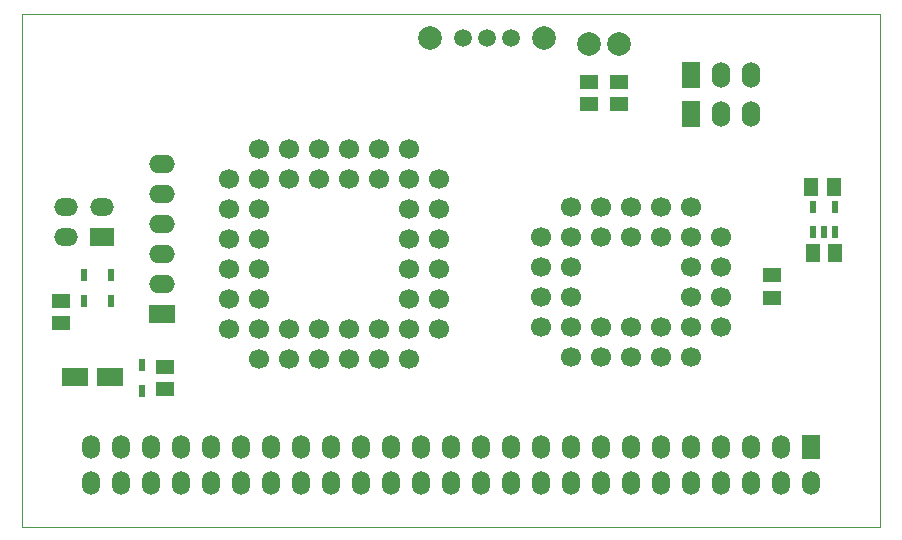
<source format=gts>
G04 (created by PCBNEW (2013-07-20 BZR 4243)-testing) date 23/04/2014 9:13:50 PM*
%MOIN*%
G04 Gerber Fmt 3.4, Leading zero omitted, Abs format*
%FSLAX34Y34*%
G01*
G70*
G90*
G04 APERTURE LIST*
%ADD10C,0.005906*%
%ADD11C,0.003937*%
%ADD12R,0.086600X0.063000*%
%ADD13R,0.060000X0.078700*%
%ADD14O,0.060000X0.078700*%
%ADD15R,0.059000X0.051200*%
%ADD16C,0.066900*%
%ADD17R,0.023600X0.039400*%
%ADD18R,0.060000X0.086600*%
%ADD19O,0.060000X0.086600*%
%ADD20R,0.078700X0.060000*%
%ADD21O,0.078700X0.060000*%
%ADD22C,0.078700*%
%ADD23R,0.086600X0.060000*%
%ADD24O,0.086600X0.060000*%
%ADD25C,0.059055*%
%ADD26C,0.078740*%
%ADD27R,0.051200X0.059000*%
G04 APERTURE END LIST*
G54D10*
G54D11*
X0Y0D02*
X28600Y0D01*
X28600Y-17100D02*
X0Y-17100D01*
X0Y-17100D02*
X0Y0D01*
X28600Y0D02*
X28600Y-17100D01*
G54D12*
X2941Y-12100D03*
X1759Y-12100D03*
G54D13*
X26300Y-14452D03*
G54D14*
X26300Y-15648D03*
X25300Y-14453D03*
X25300Y-15648D03*
X24300Y-14453D03*
X24300Y-15648D03*
X23300Y-14453D03*
X23300Y-15648D03*
X22300Y-14453D03*
X22300Y-15648D03*
X21300Y-14453D03*
X21300Y-15648D03*
X20300Y-14453D03*
X20300Y-15648D03*
X19300Y-14453D03*
X19300Y-15648D03*
X18300Y-14453D03*
X18300Y-15648D03*
X17300Y-14453D03*
X17300Y-15648D03*
X16300Y-14453D03*
X16300Y-15648D03*
X15300Y-14453D03*
X15300Y-15648D03*
X14300Y-14453D03*
X14300Y-15648D03*
X13300Y-14453D03*
X13300Y-15648D03*
X12300Y-14453D03*
X12300Y-15648D03*
X11300Y-14453D03*
X11300Y-15648D03*
X10300Y-14453D03*
X10300Y-15648D03*
X9300Y-14453D03*
X9300Y-15648D03*
X8300Y-14453D03*
X8300Y-15648D03*
X7300Y-14453D03*
X7300Y-15648D03*
X6300Y-14453D03*
X6300Y-15648D03*
X5300Y-14453D03*
X5300Y-15648D03*
X4300Y-14453D03*
X4300Y-15648D03*
X3300Y-14453D03*
X3300Y-15648D03*
X2300Y-14453D03*
X2300Y-15648D03*
G54D15*
X4750Y-12525D03*
X4750Y-11775D03*
X19900Y-3025D03*
X19900Y-2275D03*
G54D16*
X23300Y-8450D03*
X22300Y-9450D03*
X22300Y-8450D03*
X23300Y-7450D03*
X22300Y-6450D03*
X22300Y-7450D03*
X21300Y-6450D03*
X21300Y-7450D03*
X20300Y-6450D03*
X20300Y-7450D03*
X19300Y-6450D03*
X19300Y-7450D03*
X18300Y-6450D03*
X17300Y-7450D03*
X18300Y-7450D03*
X17300Y-8450D03*
X18300Y-8450D03*
X17300Y-9450D03*
X18300Y-9450D03*
X17300Y-10450D03*
X18300Y-11450D03*
X18300Y-10450D03*
X19300Y-11450D03*
X19300Y-10450D03*
X20300Y-11450D03*
X20300Y-10450D03*
X21300Y-11450D03*
X23300Y-9450D03*
X21300Y-10450D03*
X22300Y-11450D03*
X23300Y-10450D03*
X22300Y-10450D03*
G54D15*
X25000Y-9475D03*
X25000Y-8725D03*
G54D17*
X4000Y-12583D03*
X4000Y-11717D03*
G54D18*
X22300Y-2050D03*
G54D19*
X23300Y-2050D03*
X24300Y-2050D03*
G54D18*
X22300Y-3350D03*
G54D19*
X23300Y-3350D03*
X24300Y-3350D03*
G54D16*
X9900Y-4500D03*
X10900Y-5500D03*
X9900Y-5500D03*
X8900Y-4500D03*
X8900Y-5500D03*
X7900Y-4500D03*
X6900Y-5500D03*
X7900Y-5500D03*
X6900Y-6500D03*
X7900Y-6500D03*
X6900Y-7500D03*
X7900Y-7500D03*
X6900Y-8500D03*
X7900Y-8500D03*
X6900Y-9500D03*
X7900Y-9500D03*
X6900Y-10500D03*
X7900Y-11500D03*
X7900Y-10500D03*
X8900Y-11500D03*
X8900Y-10500D03*
X9900Y-11500D03*
X9900Y-10500D03*
X10900Y-11500D03*
X10900Y-10500D03*
X11900Y-11500D03*
X11900Y-10500D03*
X12900Y-9500D03*
X12900Y-11500D03*
X13900Y-10500D03*
X12900Y-10500D03*
X13900Y-9500D03*
X13900Y-8500D03*
X12900Y-8500D03*
X13900Y-7500D03*
X12900Y-7500D03*
X13900Y-6500D03*
X12900Y-6500D03*
X13900Y-5500D03*
X12900Y-4500D03*
X12900Y-5500D03*
X11900Y-4500D03*
X11900Y-5500D03*
X10900Y-4500D03*
G54D17*
X2050Y-9583D03*
X2050Y-8717D03*
X2950Y-9583D03*
X2950Y-8717D03*
G54D20*
X2648Y-7450D03*
G54D21*
X1452Y-7450D03*
X2648Y-6450D03*
X1452Y-6450D03*
G54D15*
X1300Y-10325D03*
X1300Y-9575D03*
G54D22*
X18900Y-1000D03*
X19900Y-1000D03*
G54D23*
X4650Y-10000D03*
G54D24*
X4650Y-9000D03*
X4650Y-8000D03*
X4650Y-7000D03*
X4650Y-6000D03*
X4650Y-5000D03*
G54D25*
X15500Y-800D03*
X14712Y-800D03*
X16287Y-800D03*
G54D26*
X13610Y-800D03*
X17389Y-800D03*
G54D15*
X18900Y-2275D03*
X18900Y-3025D03*
G54D27*
X27100Y-7975D03*
X26350Y-7975D03*
X26300Y-5775D03*
X27050Y-5775D03*
G54D17*
X26350Y-7291D03*
X27100Y-7291D03*
X26725Y-7291D03*
X27100Y-6459D03*
X26350Y-6459D03*
M02*

</source>
